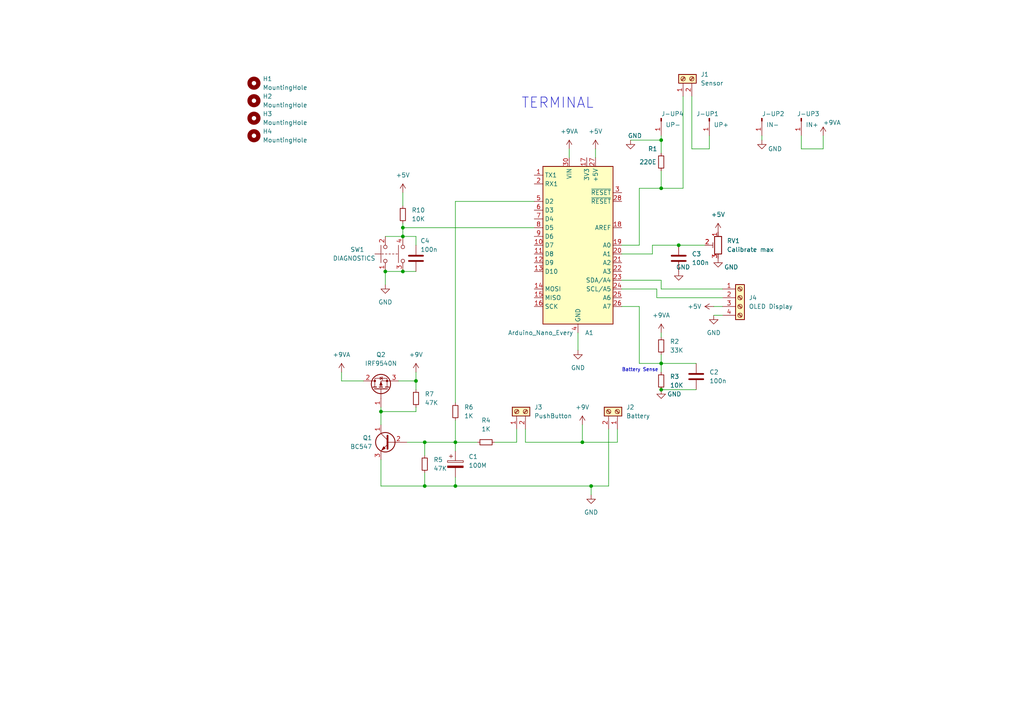
<source format=kicad_sch>
(kicad_sch (version 20211123) (generator eeschema)
  (paper "A4")
  (title_block (title "Water Level Sensor") (date "2023-08-24"))
  (lib_symbols
    (symbol "Connector:Conn_01x01_Male" (pin_names (offset 1.016) hide)
      (property "Reference" "J" (at 0 2.54 0))
      (property "Value" "Conn_01x01_Male" (at 0 -2.54 0))
      (symbol "Conn_01x01_Male_1_1"
        (polyline (pts (xy 1.27 0) (xy 0.8636 0)) (stroke (width 0.1524)))
        (rectangle (start 0.8636 0.127) (end 0 -0.127) (stroke (width 0.1524)) (fill (type outline)))
        (pin passive line (at 5.08 0 180) (length 3.81) (name "Pin_1") (number "1"))
      )
    )
    (symbol "Connector:Screw_Terminal_01x02" (pin_names (offset 1.016) hide)
      (property "Reference" "J" (at 0 2.54 0))
      (property "Value" "Screw_Terminal_01x02" (at 0 -5.08 0))
      (symbol "Screw_Terminal_01x02_1_1"
        (rectangle (start -1.27 1.27) (end 1.27 -3.81) (stroke (width 0.254)) (fill (type background)))
        (circle (center 0 -2.54) (radius 0.635) (stroke (width 0.1524)))
        (polyline (pts (xy -0.5334 -2.2098) (xy 0.3302 -3.048)) (stroke (width 0.1524)))
        (polyline (pts (xy -0.5334 0.3302) (xy 0.3302 -0.508)) (stroke (width 0.1524)))
        (polyline (pts (xy -0.3556 -2.032) (xy 0.508 -2.8702)) (stroke (width 0.1524)))
        (polyline (pts (xy -0.3556 0.508) (xy 0.508 -0.3302)) (stroke (width 0.1524)))
        (circle (center 0 0) (radius 0.635) (stroke (width 0.1524)))
        (pin passive line (at -5.08 0 0) (length 3.81) (name "Pin_1") (number "1"))
        (pin passive line (at -5.08 -2.54 0) (length 3.81) (name "Pin_2") (number "2"))
      )
    )
    (symbol "Connector:Screw_Terminal_01x04" (pin_names (offset 1.016) hide)
      (property "Reference" "J" (at 0 5.08 0))
      (property "Value" "Screw_Terminal_01x04" (at 0 -7.62 0))
      (symbol "Screw_Terminal_01x04_1_1"
        (rectangle (start -1.27 3.81) (end 1.27 -6.35) (stroke (width 0.254)) (fill (type background)))
        (circle (center 0 -5.08) (radius 0.635) (stroke (width 0.1524)))
        (circle (center 0 -2.54) (radius 0.635) (stroke (width 0.1524)))
        (polyline (pts (xy -0.5334 -4.7498) (xy 0.3302 -5.588)) (stroke (width 0.1524)))
        (polyline (pts (xy -0.5334 -2.2098) (xy 0.3302 -3.048)) (stroke (width 0.1524)))
        (polyline (pts (xy -0.5334 0.3302) (xy 0.3302 -0.508)) (stroke (width 0.1524)))
        (polyline (pts (xy -0.5334 2.8702) (xy 0.3302 2.032)) (stroke (width 0.1524)))
        (polyline (pts (xy -0.3556 -4.572) (xy 0.508 -5.4102)) (stroke (width 0.1524)))
        (polyline (pts (xy -0.3556 -2.032) (xy 0.508 -2.8702)) (stroke (width 0.1524)))
        (polyline (pts (xy -0.3556 0.508) (xy 0.508 -0.3302)) (stroke (width 0.1524)))
        (polyline (pts (xy -0.3556 3.048) (xy 0.508 2.2098)) (stroke (width 0.1524)))
        (circle (center 0 0) (radius 0.635) (stroke (width 0.1524)))
        (circle (center 0 2.54) (radius 0.635) (stroke (width 0.1524)))
        (pin passive line (at -5.08 2.54 0) (length 3.81) (name "Pin_1") (number "1"))
        (pin passive line (at -5.08 0 0) (length 3.81) (name "Pin_2") (number "2"))
        (pin passive line (at -5.08 -2.54 0) (length 3.81) (name "Pin_3") (number "3"))
        (pin passive line (at -5.08 -5.08 0) (length 3.81) (name "Pin_4") (number "4"))
      )
    )
    (symbol "Device:C" (pin_numbers hide) (pin_names (offset 0.254))
      (property "Reference" "C" (at 0.635 2.54 0))
      (property "Value" "C" (at 0.635 -2.54 0))
      (symbol "C_0_1"
        (polyline (pts (xy -2.032 -0.762) (xy 2.032 -0.762)) (stroke (width 0.508)))
        (polyline (pts (xy -2.032 0.762) (xy 2.032 0.762)) (stroke (width 0.508)))
      )
      (symbol "C_1_1"
        (pin passive line (at 0 3.81 270) (length 2.794) (name "~") (number "1"))
        (pin passive line (at 0 -3.81 90) (length 2.794) (name "~") (number "2"))
      )
    )
    (symbol "Device:C_Polarized" (pin_numbers hide) (pin_names (offset 0.254))
      (property "Reference" "C" (at 0.635 2.54 0))
      (property "Value" "C_Polarized" (at 0.635 -2.54 0))
      (symbol "C_Polarized_0_1"
        (rectangle (start -2.286 0.508) (end 2.286 1.016))
        (polyline (pts (xy -1.778 2.286) (xy -0.762 2.286)))
        (polyline (pts (xy -1.27 2.794) (xy -1.27 1.778)))
        (rectangle (start 2.286 -0.508) (end -2.286 -1.016) (fill (type outline)))
      )
      (symbol "C_Polarized_1_1"
        (pin passive line (at 0 3.81 270) (length 2.794) (name "~") (number "1"))
        (pin passive line (at 0 -3.81 90) (length 2.794) (name "~") (number "2"))
      )
    )
    (symbol "Device:R_Potentiometer_Trim" (pin_names (offset 1.016) hide)
      (property "Reference" "RV" (at -4.445 0 90))
      (property "Value" "R_Potentiometer_Trim" (at -2.54 0 90))
      (symbol "R_Potentiometer_Trim_0_1"
        (polyline (pts (xy 1.524 0.762) (xy 1.524 -0.762)))
        (polyline (pts (xy 2.54 0) (xy 1.524 0)))
        (rectangle (start 1.016 2.54) (end -1.016 -2.54) (stroke (width 0.254)))
      )
      (symbol "R_Potentiometer_Trim_1_1"
        (pin passive line (at 0 3.81 270) (length 1.27) (name "1") (number "1"))
        (pin passive line (at 3.81 0 180) (length 1.27) (name "2") (number "2"))
        (pin passive line (at 0 -3.81 90) (length 1.27) (name "3") (number "3"))
      )
    )
    (symbol "Device:R_Small" (pin_numbers hide) (pin_names (offset 0.254) hide)
      (property "Reference" "R" (at 0.762 0.508 0))
      (property "Value" "R_Small" (at 0.762 -1.016 0))
      (symbol "R_Small_0_1"
        (rectangle (start -0.762 1.778) (end 0.762 -1.778) (stroke (width 0.2032)))
      )
      (symbol "R_Small_1_1"
        (pin passive line (at 0 2.54 270) (length 0.762) (name "~") (number "1"))
        (pin passive line (at 0 -2.54 90) (length 0.762) (name "~") (number "2"))
      )
    )
    (symbol "MCU_Module:Arduino_Nano_Every"
      (property "Reference" "A" (at -10.16 23.495 0))
      (property "Value" "Arduino_Nano_Every" (at 5.08 -24.13 0))
      (symbol "Arduino_Nano_Every_0_1"
        (rectangle (start -10.16 22.86) (end 10.16 -22.86) (stroke (width 0.254)) (fill (type background)))
      )
      (symbol "Arduino_Nano_Every_1_1"
        (pin bidirectional line (at -12.7 20.32 0) (length 2.54) (name "TX1") (number "1"))
        (pin bidirectional line (at -12.7 0 0) (length 2.54) (name "D7") (number "10"))
        (pin bidirectional line (at -12.7 -2.54 0) (length 2.54) (name "D8") (number "11"))
        (pin bidirectional line (at -12.7 -5.08 0) (length 2.54) (name "D9") (number "12"))
        (pin bidirectional line (at -12.7 -7.62 0) (length 2.54) (name "D10") (number "13"))
        (pin bidirectional line (at -12.7 -12.7 0) (length 2.54) (name "MOSI") (number "14"))
        (pin bidirectional line (at -12.7 -15.24 0) (length 2.54) (name "MISO") (number "15"))
        (pin bidirectional line (at -12.7 -17.78 0) (length 2.54) (name "SCK") (number "16"))
        (pin power_out line (at 2.54 25.4 270) (length 2.54) (name "3V3") (number "17"))
        (pin input line (at 12.7 5.08 180) (length 2.54) (name "AREF") (number "18"))
        (pin bidirectional line (at 12.7 0 180) (length 2.54) (name "A0") (number "19"))
        (pin bidirectional line (at -12.7 17.78 0) (length 2.54) (name "RX1") (number "2"))
        (pin bidirectional line (at 12.7 -2.54 180) (length 2.54) (name "A1") (number "20"))
        (pin bidirectional line (at 12.7 -5.08 180) (length 2.54) (name "A2") (number "21"))
        (pin bidirectional line (at 12.7 -7.62 180) (length 2.54) (name "A3") (number "22"))
        (pin bidirectional line (at 12.7 -10.16 180) (length 2.54) (name "SDA/A4") (number "23"))
        (pin bidirectional line (at 12.7 -12.7 180) (length 2.54) (name "SCL/A5") (number "24"))
        (pin bidirectional line (at 12.7 -15.24 180) (length 2.54) (name "A6") (number "25"))
        (pin bidirectional line (at 12.7 -17.78 180) (length 2.54) (name "A7") (number "26"))
        (pin power_out line (at 5.08 25.4 270) (length 2.54) (name "+5V") (number "27"))
        (pin input line (at 12.7 12.7 180) (length 2.54) (name "~{RESET}") (number "28"))
        (pin passive line (at 0 -25.4 90) (length 2.54) hide (name "GND") (number "29"))
        (pin input line (at 12.7 15.24 180) (length 2.54) (name "~{RESET}") (number "3"))
        (pin power_in line (at -2.54 25.4 270) (length 2.54) (name "VIN") (number "30"))
        (pin power_in line (at 0 -25.4 90) (length 2.54) (name "GND") (number "4"))
        (pin bidirectional line (at -12.7 12.7 0) (length 2.54) (name "D2") (number "5"))
        (pin bidirectional line (at -12.7 10.16 0) (length 2.54) (name "D3") (number "6"))
        (pin bidirectional line (at -12.7 7.62 0) (length 2.54) (name "D4") (number "7"))
        (pin bidirectional line (at -12.7 5.08 0) (length 2.54) (name "D5") (number "8"))
        (pin bidirectional line (at -12.7 2.54 0) (length 2.54) (name "D6") (number "9"))
      )
    )
    (symbol "Mechanical:MountingHole" (pin_names (offset 1.016))
      (property "Reference" "H" (at 0 5.08 0))
      (property "Value" "MountingHole" (at 0 3.175 0))
      (symbol "MountingHole_0_1"
        (circle (center 0 0) (radius 1.27) (stroke (width 1.27)))
      )
    )
    (symbol "Switch:SW_Push_Dual" (pin_names (offset 1.016) hide)
      (property "Reference" "SW" (at 1.27 2.54 0))
      (property "Value" "SW_Push_Dual" (at 0 -6.858 0))
      (symbol "SW_Push_Dual_0_1"
        (circle (center -2.032 -5.08) (radius 0.508))
        (circle (center -2.032 0) (radius 0.508))
        (polyline (pts (xy 0 -3.048) (xy 0 -3.556)))
        (polyline (pts (xy 0 -2.032) (xy 0 -2.54)))
        (polyline (pts (xy 0 -1.524) (xy 0 -1.016)))
        (polyline (pts (xy 0 -0.508) (xy 0 0)))
        (polyline (pts (xy 0 0.508) (xy 0 1.016)))
        (polyline (pts (xy 0 1.27) (xy 0 3.048)))
        (polyline (pts (xy 2.54 -3.81) (xy -2.54 -3.81)))
        (polyline (pts (xy 2.54 1.27) (xy -2.54 1.27)))
        (circle (center 2.032 -5.08) (radius 0.508))
        (circle (center 2.032 0) (radius 0.508))
        (pin passive line (at -5.08 0 0) (length 2.54) (name "1") (number "1"))
        (pin passive line (at 5.08 0 180) (length 2.54) (name "2") (number "2"))
        (pin passive line (at -5.08 -5.08 0) (length 2.54) (name "3") (number "3"))
        (pin passive line (at 5.08 -5.08 180) (length 2.54) (name "4") (number "4"))
      )
    )
    (symbol "Transistor_BJT:BC547" (pin_names (offset 0) hide)
      (property "Reference" "Q" (at 5.08 1.905 0))
      (property "Value" "BC547" (at 5.08 0 0))
      (symbol "BC547_0_1"
        (polyline (pts (xy 0 0) (xy 0.635 0)))
        (polyline (pts (xy 0.635 0.635) (xy 2.54 2.54)))
        (polyline (pts (xy 0.635 -0.635) (xy 2.54 -2.54) (xy 2.54 -2.54)))
        (polyline (pts (xy 0.635 1.905) (xy 0.635 -1.905) (xy 0.635 -1.905)) (stroke (width 0.508)))
        (polyline (pts (xy 1.27 -1.778) (xy 1.778 -1.27) (xy 2.286 -2.286) (xy 1.27 -1.778) (xy 1.27 -1.778)) (fill (type outline)))
        (circle (center 1.27 0) (radius 2.8194) (stroke (width 0.254)))
      )
      (symbol "BC547_1_1"
        (pin passive line (at 2.54 5.08 270) (length 2.54) (name "C") (number "1"))
        (pin input line (at -5.08 0 0) (length 5.08) (name "B") (number "2"))
        (pin passive line (at 2.54 -5.08 90) (length 2.54) (name "E") (number "3"))
      )
    )
    (symbol "Transistor_FET:IRF9540N" (pin_names hide)
      (property "Reference" "Q" (at 5.08 1.905 0))
      (property "Value" "IRF9540N" (at 5.08 0 0))
      (symbol "IRF9540N_0_1"
        (polyline (pts (xy 0.254 0) (xy -2.54 0)))
        (polyline (pts (xy 0.254 1.905) (xy 0.254 -1.905)) (stroke (width 0.254)))
        (polyline (pts (xy 0.762 -1.27) (xy 0.762 -2.286)) (stroke (width 0.254)))
        (polyline (pts (xy 0.762 0.508) (xy 0.762 -0.508)) (stroke (width 0.254)))
        (polyline (pts (xy 0.762 2.286) (xy 0.762 1.27)) (stroke (width 0.254)))
        (polyline (pts (xy 2.54 2.54) (xy 2.54 1.778)))
        (polyline (pts (xy 2.54 -2.54) (xy 2.54 0) (xy 0.762 0)))
        (polyline (pts (xy 0.762 1.778) (xy 3.302 1.778) (xy 3.302 -1.778) (xy 0.762 -1.778)))
        (polyline (pts (xy 2.286 0) (xy 1.27 0.381) (xy 1.27 -0.381) (xy 2.286 0)) (fill (type outline)))
        (polyline (pts (xy 2.794 -0.508) (xy 2.921 -0.381) (xy 3.683 -0.381) (xy 3.81 -0.254)))
        (polyline (pts (xy 3.302 -0.381) (xy 2.921 0.254) (xy 3.683 0.254) (xy 3.302 -0.381)))
        (circle (center 1.651 0) (radius 2.794) (stroke (width 0.254)))
        (circle (center 2.54 -1.778) (radius 0.254) (fill (type outline)))
        (circle (center 2.54 1.778) (radius 0.254) (fill (type outline)))
      )
      (symbol "IRF9540N_1_1"
        (pin input line (at -5.08 0 0) (length 2.54) (name "G") (number "1"))
        (pin passive line (at 2.54 5.08 270) (length 2.54) (name "D") (number "2"))
        (pin passive line (at 2.54 -5.08 90) (length 2.54) (name "S") (number "3"))
      )
    )
    (symbol "power:+5V" (power) (pin_names (offset 0))
      (property "Value" "+5V" (at 0 3.556 0))
      (symbol "+5V_0_1"
        (polyline (pts (xy -0.762 1.27) (xy 0 2.54)))
        (polyline (pts (xy 0 0) (xy 0 2.54)))
        (polyline (pts (xy 0 2.54) (xy 0.762 1.27)))
      )
      (symbol "+5V_1_1"
        (pin power_in line (at 0 0 90) (length 0) hide (name "+5V") (number "1"))
      )
    )
    (symbol "power:+9V" (power) (pin_names (offset 0))
      (property "Value" "+9V" (at 0 3.556 0))
      (symbol "+9V_0_1"
        (polyline (pts (xy -0.762 1.27) (xy 0 2.54)))
        (polyline (pts (xy 0 0) (xy 0 2.54)))
        (polyline (pts (xy 0 2.54) (xy 0.762 1.27)))
      )
      (symbol "+9V_1_1"
        (pin power_in line (at 0 0 90) (length 0) hide (name "+9V") (number "1"))
      )
    )
    (symbol "power:+9VA" (power) (pin_names (offset 0))
      (property "Value" "+9VA" (at 0 3.81 0))
      (symbol "+9VA_0_1"
        (polyline (pts (xy -0.762 1.27) (xy 0 2.54)))
        (polyline (pts (xy 0 0) (xy 0 2.54)))
        (polyline (pts (xy 0 2.54) (xy 0.762 1.27)))
      )
      (symbol "+9VA_1_1"
        (pin power_in line (at 0 0 90) (length 0) hide (name "+9VA") (number "1"))
      )
    )
    (symbol "power:GND" (power) (pin_names (offset 0))
      (property "Value" "GND" (at 0 -3.81 0))
      (symbol "GND_0_1"
        (polyline (pts (xy 0 0) (xy 0 -1.27) (xy 1.27 -1.27) (xy 0 -2.54) (xy -1.27 -1.27) (xy 0 -1.27)))
      )
      (symbol "GND_1_1"
        (pin power_in line (at 0 0 270) (length 0) hide (name "GND") (number "1"))
      )
    )
  )
  (junction (at 171.45 140.97))
  (junction (at 168.91 128.27))
  (junction (at 116.84 78.74))
  (junction (at 191.77 105.41))
  (junction (at 191.77 113.03))
  (junction (at 111.76 78.74))
  (junction (at 191.77 54.61))
  (junction (at 123.19 140.97))
  (junction (at 120.65 110.49))
  (junction (at 110.49 119.38))
  (junction (at 132.08 140.97))
  (junction (at 191.77 40.64))
  (junction (at 116.84 66.04))
  (junction (at 132.08 128.27))
  (junction (at 123.19 128.27))
  (junction (at 196.85 71.12))
  (junction (at 116.84 68.58))
  (wire (pts (xy 110.49 140.97) (xy 123.19 140.97)))
  (wire (pts (xy 209.55 83.82) (xy 191.77 83.82)))
  (wire (pts (xy 190.5 86.36) (xy 190.5 83.82)))
  (wire (pts (xy 120.65 118.11) (xy 120.65 119.38)))
  (wire (pts (xy 123.19 137.16) (xy 123.19 140.97)))
  (wire (pts (xy 200.66 43.18) (xy 205.74 43.18)))
  (wire (pts (xy 179.07 128.27) (xy 179.07 124.46)))
  (wire (pts (xy 180.34 71.12) (xy 185.42 71.12)))
  (wire (pts (xy 132.08 128.27) (xy 132.08 130.81)))
  (wire (pts (xy 118.11 128.27) (xy 123.19 128.27)))
  (wire (pts (xy 191.77 105.41) (xy 191.77 107.95)))
  (wire (pts (xy 123.19 128.27) (xy 132.08 128.27)))
  (wire (pts (xy 132.08 58.42) (xy 154.94 58.42)))
  (wire (pts (xy 220.98 39.37) (xy 220.98 40.64)))
  (wire (pts (xy 191.77 105.41) (xy 201.93 105.41)))
  (wire (pts (xy 232.41 39.37) (xy 232.41 43.18)))
  (wire (pts (xy 191.77 39.37) (xy 191.77 40.64)))
  (wire (pts (xy 116.84 55.88) (xy 116.84 59.69)))
  (wire (pts (xy 189.23 71.12) (xy 189.23 73.66)))
  (wire (pts (xy 198.12 27.94) (xy 198.12 54.61)))
  (wire (pts (xy 111.76 78.74) (xy 116.84 78.74)))
  (wire (pts (xy 132.08 138.43) (xy 132.08 140.97)))
  (wire (pts (xy 172.72 43.18) (xy 172.72 45.72)))
  (wire (pts (xy 191.77 83.82) (xy 191.77 81.28)))
  (wire (pts (xy 196.85 71.12) (xy 189.23 71.12)))
  (wire (pts (xy 191.77 102.87) (xy 191.77 105.41)))
  (wire (pts (xy 185.42 88.9) (xy 185.42 105.41)))
  (wire (pts (xy 110.49 119.38) (xy 110.49 123.19)))
  (wire (pts (xy 182.88 40.64) (xy 191.77 40.64)))
  (wire (pts (xy 165.1 43.18) (xy 165.1 45.72)))
  (wire (pts (xy 167.64 96.52) (xy 167.64 101.6)))
  (wire (pts (xy 123.19 140.97) (xy 132.08 140.97)))
  (wire (pts (xy 168.91 128.27) (xy 179.07 128.27)))
  (wire (pts (xy 201.93 113.03) (xy 191.77 113.03)))
  (wire (pts (xy 115.57 110.49) (xy 120.65 110.49)))
  (wire (pts (xy 116.84 68.58) (xy 120.65 68.58)))
  (wire (pts (xy 123.19 128.27) (xy 123.19 132.08)))
  (wire (pts (xy 149.86 124.46) (xy 149.86 128.27)))
  (wire (pts (xy 176.53 124.46) (xy 176.53 140.97)))
  (wire (pts (xy 143.51 128.27) (xy 149.86 128.27)))
  (wire (pts (xy 180.34 88.9) (xy 185.42 88.9)))
  (wire (pts (xy 176.53 140.97) (xy 171.45 140.97)))
  (wire (pts (xy 110.49 133.35) (xy 110.49 140.97)))
  (wire (pts (xy 232.41 43.18) (xy 238.76 43.18)))
  (wire (pts (xy 120.65 119.38) (xy 110.49 119.38)))
  (wire (pts (xy 190.5 83.82) (xy 180.34 83.82)))
  (wire (pts (xy 116.84 64.77) (xy 116.84 66.04)))
  (wire (pts (xy 204.47 71.12) (xy 196.85 71.12)))
  (wire (pts (xy 185.42 105.41) (xy 191.77 105.41)))
  (wire (pts (xy 152.4 128.27) (xy 168.91 128.27)))
  (wire (pts (xy 105.41 110.49) (xy 99.06 110.49)))
  (wire (pts (xy 120.65 107.95) (xy 120.65 110.49)))
  (wire (pts (xy 207.01 91.44) (xy 209.55 91.44)))
  (wire (pts (xy 132.08 58.42) (xy 132.08 116.84)))
  (wire (pts (xy 116.84 78.74) (xy 120.65 78.74)))
  (wire (pts (xy 116.84 66.04) (xy 116.84 68.58)))
  (wire (pts (xy 185.42 54.61) (xy 191.77 54.61)))
  (wire (pts (xy 189.23 73.66) (xy 180.34 73.66)))
  (wire (pts (xy 191.77 96.52) (xy 191.77 97.79)))
  (wire (pts (xy 185.42 54.61) (xy 185.42 71.12)))
  (wire (pts (xy 209.55 86.36) (xy 190.5 86.36)))
  (wire (pts (xy 132.08 128.27) (xy 138.43 128.27)))
  (wire (pts (xy 191.77 81.28) (xy 180.34 81.28)))
  (wire (pts (xy 99.06 107.95) (xy 99.06 110.49)))
  (wire (pts (xy 168.91 123.19) (xy 168.91 128.27)))
  (wire (pts (xy 132.08 140.97) (xy 171.45 140.97)))
  (wire (pts (xy 111.76 68.58) (xy 116.84 68.58)))
  (wire (pts (xy 111.76 78.74) (xy 111.76 82.55)))
  (wire (pts (xy 152.4 124.46) (xy 152.4 128.27)))
  (wire (pts (xy 191.77 49.53) (xy 191.77 54.61)))
  (wire (pts (xy 110.49 119.38) (xy 110.49 118.11)))
  (wire (pts (xy 198.12 54.61) (xy 191.77 54.61)))
  (wire (pts (xy 191.77 40.64) (xy 191.77 44.45)))
  (wire (pts (xy 200.66 27.94) (xy 200.66 43.18)))
  (wire (pts (xy 120.65 110.49) (xy 120.65 113.03)))
  (wire (pts (xy 120.65 68.58) (xy 120.65 71.12)))
  (wire (pts (xy 205.74 39.37) (xy 205.74 43.18)))
  (wire (pts (xy 171.45 140.97) (xy 171.45 143.51)))
  (wire (pts (xy 132.08 121.92) (xy 132.08 128.27)))
  (wire (pts (xy 116.84 66.04) (xy 154.94 66.04)))
  (wire (pts (xy 207.01 88.9) (xy 209.55 88.9)))
  (wire (pts (xy 238.76 43.18) (xy 238.76 39.37)))
  (text "TERMINAL" (at 151.13 31.75 0) (effects (font (size 3 3)) (justify left bottom)))
  (text "Battery Sense" (at 180.34 107.95 0) (effects (font (size 1 1)) (justify left bottom)))
  (symbol (lib_id "power:+5V") (at 207.01 88.9 90) (unit 1)
    (property "Reference" "#PWR0102" (effects hide))
    (property "Value" "+5V" (at 199.39 88.9 90) (effects (justify right)))
  )
  (symbol (lib_id "MCU_Module:Arduino_Nano_Every") (at 167.64 71.12 0) (unit 1)
    (property "Reference" "A1" (at 169.6594 96.52 0) (effects (justify left)))
    (property "Value" "Arduino_Nano_Every" (at 147.32 96.52 0) (effects (justify left)))
    (property "Footprint" "Module:Arduino_Nano" (effects hide))
    (property "Datasheet" "https://content.arduino.cc/assets/NANOEveryV3.0_sch.pdf" (effects hide))
  )
  (symbol (lib_id "Mechanical:MountingHole") (at 73.66 39.37 0) (unit 1)
    (property "Reference" "H4" (at 76.2 38.0999 0) (effects (justify left)))
    (property "Value" "MountingHole" (at 76.2 40.6399 0) (effects (justify left)))
    (property "Footprint" "MountingHole:MountingHole_3.2mm_M3" (effects hide))
  )
  (symbol (lib_id "power:+9VA") (at 165.1 43.18 0) (unit 1)
    (property "Reference" "#PWR0110" (effects hide))
    (property "Value" "+9VA" (at 165.1 38.1 0))
  )
  (symbol (lib_id "Device:R_Small") (at 116.84 62.23 0) (unit 1)
    (property "Reference" "R10" (at 119.38 60.9599 0) (effects (justify left)))
    (property "Value" "10K" (at 119.38 63.4999 0) (effects (justify left)))
    (property "Footprint" "Resistor_THT:R_Axial_DIN0207_L6.3mm_D2.5mm_P10.16mm_Horizontal" (effects hide))
  )
  (symbol (lib_id "Device:R_Small") (at 191.77 100.33 0) (unit 1)
    (property "Reference" "R2" (at 194.31 99.0599 0) (effects (justify left)))
    (property "Value" "33K" (at 194.31 101.5999 0) (effects (justify left)))
    (property "Footprint" "Resistor_THT:R_Axial_DIN0207_L6.3mm_D2.5mm_P10.16mm_Horizontal" (effects hide))
  )
  (symbol (lib_id "Device:C_Polarized") (at 132.08 134.62 0) (unit 1)
    (property "Reference" "C1" (at 135.89 132.4609 0) (effects (justify left)))
    (property "Value" "100M" (at 135.89 135.0009 0) (effects (justify left)))
    (property "Footprint" "Capacitor_THT:CP_Radial_D8.0mm_P5.00mm" (effects hide))
  )
  (symbol (lib_id "Device:R_Small") (at 191.77 46.99 180) (unit 1)
    (property "Reference" "R1" (at 187.96 43.18 0) (effects (justify right)))
    (property "Value" "220E" (at 185.42 46.99 0) (effects (justify right)))
    (property "Footprint" "Resistor_THT:R_Axial_DIN0207_L6.3mm_D2.5mm_P10.16mm_Horizontal" (effects hide))
  )
  (symbol (lib_id "Connector:Screw_Terminal_01x02") (at 198.12 22.86 90) (unit 1)
    (property "Reference" "J1" (at 203.2 21.5899 90) (effects (justify right)))
    (property "Value" "Sensor" (at 203.2 24.1299 90) (effects (justify right)))
    (property "Footprint" "TerminalBlock:TerminalBlock_Altech_AK300-2_P5.00mm" (effects hide))
  )
  (symbol (lib_id "power:+9VA") (at 191.77 96.52 0) (unit 1)
    (property "Reference" "#PWR0112" (effects hide))
    (property "Value" "+9VA" (at 191.77 91.44 0))
  )
  (symbol (lib_id "Connector:Conn_01x01_Male") (at 205.74 34.29 270) (unit 1)
    (property "Reference" "J-UP1" (at 201.93 33.02 90) (effects (justify left)))
    (property "Value" "UP+" (at 207.01 36.1949 90) (effects (justify left)))
    (property "Footprint" "TestPoint:TestPoint_THTPad_2.0x2.0mm_Drill1.0mm" (effects hide))
  )
  (symbol (lib_id "power:+9V") (at 168.91 123.19 0) (unit 1)
    (property "Reference" "#PWR0109" (effects hide))
    (property "Value" "+9V" (at 168.91 118.11 0))
  )
  (symbol (lib_id "Device:R_Small") (at 120.65 115.57 0) (unit 1)
    (property "Reference" "R7" (at 123.19 114.2999 0) (effects (justify left)))
    (property "Value" "47K" (at 123.19 116.8399 0) (effects (justify left)))
    (property "Footprint" "Resistor_THT:R_Axial_DIN0207_L6.3mm_D2.5mm_P10.16mm_Horizontal" (effects hide))
  )
  (symbol (lib_id "power:GND") (at 208.28 74.93 0) (unit 1)
    (property "Reference" "#PWR0114" (effects hide))
    (property "Value" "GND" (at 212.09 77.47 0))
  )
  (symbol (lib_id "Transistor_BJT:BC547") (at 113.03 128.27 0) (mirror y) (unit 1)
    (property "Reference" "Q1" (at 107.95 126.9999 0) (effects (justify left)))
    (property "Value" "BC547" (at 107.95 129.5399 0) (effects (justify left)))
    (property "Footprint" "Package_TO_SOT_THT:TO-92_Inline" (effects hide))
    (property "Datasheet" "https://www.onsemi.com/pub/Collateral/BC550-D.pdf" (effects hide))
  )
  (symbol (lib_id "Connector:Screw_Terminal_01x02") (at 149.86 119.38 90) (unit 1)
    (property "Reference" "J3" (at 154.94 118.1099 90) (effects (justify right)))
    (property "Value" "PushButton" (at 154.94 120.65 90) (effects (justify right)))
    (property "Footprint" "TerminalBlock:TerminalBlock_Altech_AK300-2_P5.00mm" (effects hide))
  )
  (symbol (lib_id "Device:R_Small") (at 140.97 128.27 270) (unit 1)
    (property "Reference" "R4" (at 140.97 121.92 90))
    (property "Value" "1K" (at 140.97 124.46 90))
    (property "Footprint" "Resistor_THT:R_Axial_DIN0207_L6.3mm_D2.5mm_P10.16mm_Horizontal" (effects hide))
  )
  (symbol (lib_id "power:GND") (at 191.77 113.03 0) (unit 1)
    (property "Reference" "#PWR0103" (effects hide))
    (property "Value" "GND" (at 195.58 114.3 0))
  )
  (symbol (lib_id "Transistor_FET:IRF9540N") (at 110.49 113.03 90) (unit 1)
    (property "Reference" "Q2" (at 110.49 102.87 90))
    (property "Value" "IRF9540N" (at 110.49 105.41 90))
    (property "Footprint" "Package_TO_SOT_THT:TO-220-3_Vertical" (effects hide))
    (property "Datasheet" "http://www.irf.com/product-info/datasheets/data/irf9540n.pdf" (effects hide))
  )
  (symbol (lib_id "power:GND") (at 196.85 78.74 0) (unit 1)
    (property "Reference" "#PWR0101" (effects hide))
    (property "Value" "GND" (at 198.12 77.47 0))
  )
  (symbol (lib_id "power:+9VA") (at 238.76 39.37 0) (unit 1)
    (property "Reference" "#PWR0115" (effects hide))
    (property "Value" "+9VA" (at 241.3 35.56 0))
  )
  (symbol (lib_id "Device:R_Potentiometer_Trim") (at 208.28 71.12 0) (mirror y) (unit 1)
    (property "Reference" "RV1" (at 210.82 69.8499 0) (effects (justify right)))
    (property "Value" "Calibrate max" (at 210.82 72.3899 0) (effects (justify right)))
    (property "Footprint" "Potentiometer_THT:Potentiometer_Bourns_3296W_Vertical" (effects hide))
  )
  (symbol (lib_id "power:GND") (at 182.88 40.64 0) (unit 1)
    (property "Reference" "#PWR0117" (effects hide))
    (property "Value" "GND" (at 184.15 39.37 0))
  )
  (symbol (lib_id "power:GND") (at 220.98 40.64 0) (unit 1)
    (property "Reference" "#PWR0116" (effects hide))
    (property "Value" "GND" (at 224.79 43.18 0))
  )
  (symbol (lib_id "Device:C") (at 196.85 74.93 0) (unit 1)
    (property "Reference" "C3" (at 200.66 73.6599 0) (effects (justify left)))
    (property "Value" "100n" (at 200.66 76.1999 0) (effects (justify left)))
    (property "Footprint" "Capacitor_THT:C_Disc_D7.0mm_W2.5mm_P5.00mm" (effects hide))
  )
  (symbol (lib_id "Device:R_Small") (at 123.19 134.62 0) (unit 1)
    (property "Reference" "R5" (at 125.73 133.3499 0) (effects (justify left)))
    (property "Value" "47K" (at 125.73 135.8899 0) (effects (justify left)))
    (property "Footprint" "Resistor_THT:R_Axial_DIN0207_L6.3mm_D2.5mm_P10.16mm_Horizontal" (effects hide))
  )
  (symbol (lib_id "Mechanical:MountingHole") (at 73.66 34.29 0) (unit 1)
    (property "Reference" "H3" (at 76.2 33.0199 0) (effects (justify left)))
    (property "Value" "MountingHole" (at 76.2 35.5599 0) (effects (justify left)))
    (property "Footprint" "MountingHole:MountingHole_3.2mm_M3" (effects hide))
  )
  (symbol (lib_id "power:GND") (at 207.01 91.44 0) (unit 1)
    (property "Reference" "#PWR0104" (effects hide))
    (property "Value" "GND" (at 207.01 96.52 0))
  )
  (symbol (lib_id "power:+5V") (at 208.28 67.31 0) (unit 1)
    (property "Reference" "#PWR0113" (effects hide))
    (property "Value" "+5V" (at 208.28 62.23 0))
  )
  (symbol (lib_id "power:GND") (at 171.45 143.51 0) (unit 1)
    (property "Reference" "#PWR0108" (effects hide))
    (property "Value" "GND" (at 171.45 148.59 0))
  )
  (symbol (lib_id "Device:R_Small") (at 191.77 110.49 0) (unit 1)
    (property "Reference" "R3" (at 194.31 109.2199 0) (effects (justify left)))
    (property "Value" "10K" (at 194.31 111.7599 0) (effects (justify left)))
    (property "Footprint" "Resistor_THT:R_Axial_DIN0207_L6.3mm_D2.5mm_P10.16mm_Horizontal" (effects hide))
  )
  (symbol (lib_id "Switch:SW_Push_Dual") (at 111.76 73.66 90) (unit 1)
    (property "Reference" "SW1" (at 101.6 72.39 90) (effects (justify right)))
    (property "Value" "DIAGNOSTICS" (at 96.52 74.93 90) (effects (justify right)))
    (property "Footprint" "Button_Switch_THT:SW_PUSH_6mm" (effects hide))
  )
  (symbol (lib_id "Connector:Conn_01x01_Male") (at 232.41 34.29 270) (unit 1)
    (property "Reference" "J-UP3" (at 231.14 33.02 90) (effects (justify left)))
    (property "Value" "IN+" (at 233.68 36.1949 90) (effects (justify left)))
    (property "Footprint" "TestPoint:TestPoint_THTPad_2.0x2.0mm_Drill1.0mm" (effects hide))
  )
  (symbol (lib_id "Device:C") (at 120.65 74.93 0) (unit 1)
    (property "Reference" "C4" (at 121.92 69.85 0) (effects (justify left)))
    (property "Value" "100n" (at 121.92 72.39 0) (effects (justify left)))
    (property "Footprint" "Capacitor_THT:C_Disc_D7.0mm_W2.5mm_P5.00mm" (effects hide))
  )
  (symbol (lib_id "power:+5V") (at 172.72 43.18 0) (unit 1)
    (property "Reference" "#PWR0111" (effects hide))
    (property "Value" "+5V" (at 172.72 38.1 0))
  )
  (symbol (lib_id "Mechanical:MountingHole") (at 73.66 24.13 0) (unit 1)
    (property "Reference" "H1" (at 76.2 22.8599 0) (effects (justify left)))
    (property "Value" "MountingHole" (at 76.2 25.3999 0) (effects (justify left)))
    (property "Footprint" "MountingHole:MountingHole_3.2mm_M3" (effects hide))
  )
  (symbol (lib_id "Device:R_Small") (at 132.08 119.38 0) (unit 1)
    (property "Reference" "R6" (at 134.62 118.1099 0) (effects (justify left)))
    (property "Value" "1K" (at 134.62 120.6499 0) (effects (justify left)))
    (property "Footprint" "Resistor_THT:R_Axial_DIN0207_L6.3mm_D2.5mm_P10.16mm_Horizontal" (effects hide))
  )
  (symbol (lib_id "power:+9V") (at 120.65 107.95 0) (unit 1)
    (property "Reference" "#PWR0106" (effects hide))
    (property "Value" "+9V" (at 120.65 102.87 0))
  )
  (symbol (lib_id "power:GND") (at 111.76 82.55 0) (unit 1)
    (property "Reference" "#PWR0119" (effects hide))
    (property "Value" "GND" (at 111.76 87.63 0))
  )
  (symbol (lib_id "Connector:Screw_Terminal_01x02") (at 179.07 119.38 270) (mirror x) (unit 1)
    (property "Reference" "J2" (at 181.61 118.1099 90) (effects (justify left)))
    (property "Value" "Battery" (at 181.61 120.6499 90) (effects (justify left)))
    (property "Footprint" "TerminalBlock:TerminalBlock_Altech_AK300-2_P5.00mm" (effects hide))
  )
  (symbol (lib_id "Mechanical:MountingHole") (at 73.66 29.21 0) (unit 1)
    (property "Reference" "H2" (at 76.2 27.9399 0) (effects (justify left)))
    (property "Value" "MountingHole" (at 76.2 30.4799 0) (effects (justify left)))
    (property "Footprint" "MountingHole:MountingHole_3.2mm_M3" (effects hide))
  )
  (symbol (lib_id "power:+9VA") (at 99.06 107.95 0) (unit 1)
    (property "Reference" "#PWR0105" (effects hide))
    (property "Value" "+9VA" (at 99.06 102.87 0))
  )
  (symbol (lib_id "Connector:Conn_01x01_Male") (at 191.77 34.29 270) (unit 1)
    (property "Reference" "J-UP4" (at 191.77 33.02 90) (effects (justify left)))
    (property "Value" "UP-" (at 193.04 36.1949 90) (effects (justify left)))
    (property "Footprint" "TestPoint:TestPoint_THTPad_2.0x2.0mm_Drill1.0mm" (effects hide))
  )
  (symbol (lib_id "power:+5V") (at 116.84 55.88 0) (unit 1)
    (property "Reference" "#PWR0118" (effects hide))
    (property "Value" "+5V" (at 116.84 50.8 0))
  )
  (symbol (lib_id "Connector:Screw_Terminal_01x04") (at 214.63 86.36 0) (unit 1)
    (property "Reference" "J4" (at 217.17 86.3599 0) (effects (justify left)))
    (property "Value" " OLED Display" (at 217.17 88.9 0) (effects (justify left)))
    (property "Footprint" "TerminalBlock:TerminalBlock_Altech_AK300-4_P5.00mm" (effects hide))
  )
  (symbol (lib_id "Connector:Conn_01x01_Male") (at 220.98 34.29 270) (unit 1)
    (property "Reference" "J-UP2" (at 220.98 33.02 90) (effects (justify left)))
    (property "Value" "IN-" (at 222.25 36.1949 90) (effects (justify left)))
    (property "Footprint" "TestPoint:TestPoint_THTPad_2.0x2.0mm_Drill1.0mm" (effects hide))
  )
  (symbol (lib_id "power:GND") (at 167.64 101.6 0) (unit 1)
    (property "Reference" "#PWR0107" (effects hide))
    (property "Value" "GND" (at 167.64 106.68 0))
  )
  (symbol (lib_id "Device:C") (at 201.93 109.22 0) (unit 1)
    (property "Reference" "C2" (at 205.74 107.9499 0) (effects (justify left)))
    (property "Value" "100n" (at 205.74 110.4899 0) (effects (justify left)))
    (property "Footprint" "Capacitor_THT:C_Disc_D7.0mm_W2.5mm_P5.00mm" (effects hide))
  )
)
</source>
